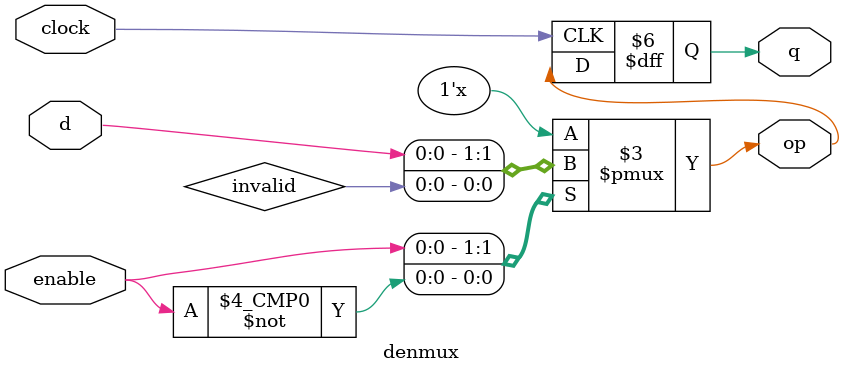
<source format=v>
module denmux(
  input d,enable,clock,
  output reg q,op);
  always@(*)
    begin
      case(enable)
        1:op=d;
        0:op=invalid;
      endcase
    end
  always@(posedge clock)
    begin
      q=op;
    end
endmodule

</source>
